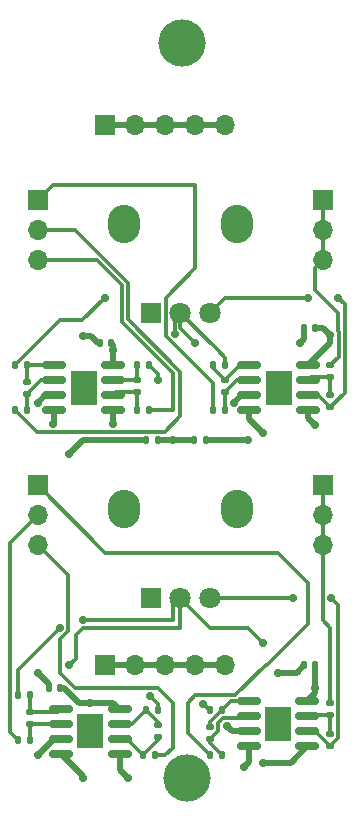
<source format=gbr>
%TF.GenerationSoftware,KiCad,Pcbnew,8.0.5*%
%TF.CreationDate,2024-11-15T23:36:42+05:30*%
%TF.ProjectId,buff_mix,62756666-5f6d-4697-982e-6b696361645f,rev?*%
%TF.SameCoordinates,Original*%
%TF.FileFunction,Copper,L1,Top*%
%TF.FilePolarity,Positive*%
%FSLAX46Y46*%
G04 Gerber Fmt 4.6, Leading zero omitted, Abs format (unit mm)*
G04 Created by KiCad (PCBNEW 8.0.5) date 2024-11-15 23:36:42*
%MOMM*%
%LPD*%
G01*
G04 APERTURE LIST*
G04 Aperture macros list*
%AMRoundRect*
0 Rectangle with rounded corners*
0 $1 Rounding radius*
0 $2 $3 $4 $5 $6 $7 $8 $9 X,Y pos of 4 corners*
0 Add a 4 corners polygon primitive as box body*
4,1,4,$2,$3,$4,$5,$6,$7,$8,$9,$2,$3,0*
0 Add four circle primitives for the rounded corners*
1,1,$1+$1,$2,$3*
1,1,$1+$1,$4,$5*
1,1,$1+$1,$6,$7*
1,1,$1+$1,$8,$9*
0 Add four rect primitives between the rounded corners*
20,1,$1+$1,$2,$3,$4,$5,0*
20,1,$1+$1,$4,$5,$6,$7,0*
20,1,$1+$1,$6,$7,$8,$9,0*
20,1,$1+$1,$8,$9,$2,$3,0*%
G04 Aperture macros list end*
%TA.AperFunction,HeatsinkPad*%
%ADD10R,2.290000X3.000000*%
%TD*%
%TA.AperFunction,SMDPad,CuDef*%
%ADD11RoundRect,0.150000X-0.825000X-0.150000X0.825000X-0.150000X0.825000X0.150000X-0.825000X0.150000X0*%
%TD*%
%TA.AperFunction,ComponentPad*%
%ADD12R,1.800000X1.800000*%
%TD*%
%TA.AperFunction,ComponentPad*%
%ADD13C,1.800000*%
%TD*%
%TA.AperFunction,ComponentPad*%
%ADD14O,2.720000X3.240000*%
%TD*%
%TA.AperFunction,SMDPad,CuDef*%
%ADD15RoundRect,0.135000X0.185000X-0.135000X0.185000X0.135000X-0.185000X0.135000X-0.185000X-0.135000X0*%
%TD*%
%TA.AperFunction,SMDPad,CuDef*%
%ADD16RoundRect,0.135000X0.135000X0.185000X-0.135000X0.185000X-0.135000X-0.185000X0.135000X-0.185000X0*%
%TD*%
%TA.AperFunction,SMDPad,CuDef*%
%ADD17RoundRect,0.135000X-0.135000X-0.185000X0.135000X-0.185000X0.135000X0.185000X-0.135000X0.185000X0*%
%TD*%
%TA.AperFunction,ComponentPad*%
%ADD18R,1.700000X1.700000*%
%TD*%
%TA.AperFunction,ComponentPad*%
%ADD19O,1.700000X1.700000*%
%TD*%
%TA.AperFunction,SMDPad,CuDef*%
%ADD20RoundRect,0.140000X0.140000X0.170000X-0.140000X0.170000X-0.140000X-0.170000X0.140000X-0.170000X0*%
%TD*%
%TA.AperFunction,ViaPad*%
%ADD21C,0.700000*%
%TD*%
%TA.AperFunction,ViaPad*%
%ADD22C,4.000000*%
%TD*%
%TA.AperFunction,Conductor*%
%ADD23C,0.300000*%
%TD*%
%TA.AperFunction,Conductor*%
%ADD24C,0.500000*%
%TD*%
G04 APERTURE END LIST*
D10*
%TO.P,U4,9*%
%TO.N,N/C*%
X54610000Y-102120000D03*
D11*
%TO.P,U4,8,V+*%
%TO.N,+5V*%
X57085000Y-100215000D03*
%TO.P,U4,7*%
%TO.N,Net-(R22-Pad1)*%
X57085000Y-101485000D03*
%TO.P,U4,6,-*%
%TO.N,Net-(U4B--)*%
X57085000Y-102755000D03*
%TO.P,U4,5,+*%
%TO.N,+2.5V*%
X57085000Y-104025000D03*
%TO.P,U4,4,V-*%
%TO.N,GND*%
X52135000Y-104025000D03*
%TO.P,U4,3,+*%
%TO.N,+2.5V*%
X52135000Y-102755000D03*
%TO.P,U4,2,-*%
%TO.N,Net-(U4A--)*%
X52135000Y-101485000D03*
%TO.P,U4,1*%
%TO.N,Net-(R18-Pad1)*%
X52135000Y-100215000D03*
%TD*%
%TO.P,U3,1*%
%TO.N,Net-(R14-Pad1)*%
X68010000Y-99580000D03*
%TO.P,U3,2,-*%
%TO.N,Net-(U3A--)*%
X68010000Y-100850000D03*
%TO.P,U3,3,+*%
%TO.N,+2.5V*%
X68010000Y-102120000D03*
%TO.P,U3,4,V-*%
%TO.N,GND*%
X68010000Y-103390000D03*
%TO.P,U3,5,+*%
%TO.N,+2.5V*%
X72960000Y-103390000D03*
%TO.P,U3,6,-*%
%TO.N,Net-(U3B--)*%
X72960000Y-102120000D03*
%TO.P,U3,7*%
%TO.N,Net-(R17-Pad1)*%
X72960000Y-100850000D03*
%TO.P,U3,8,V+*%
%TO.N,+5V*%
X72960000Y-99580000D03*
D10*
%TO.P,U3,9*%
%TO.N,N/C*%
X70485000Y-101485000D03*
%TD*%
D11*
%TO.P,U2,1*%
%TO.N,Net-(R5-Pad1)*%
X51565000Y-71120000D03*
%TO.P,U2,2,-*%
%TO.N,Net-(U2A--)*%
X51565000Y-72390000D03*
%TO.P,U2,3,+*%
%TO.N,+2.5V*%
X51565000Y-73660000D03*
%TO.P,U2,4,V-*%
%TO.N,GND*%
X51565000Y-74930000D03*
%TO.P,U2,5,+*%
%TO.N,+2.5V*%
X56515000Y-74930000D03*
%TO.P,U2,6,-*%
%TO.N,Net-(U2B--)*%
X56515000Y-73660000D03*
%TO.P,U2,7*%
%TO.N,Net-(R13-Pad2)*%
X56515000Y-72390000D03*
%TO.P,U2,8,V+*%
%TO.N,+5V*%
X56515000Y-71120000D03*
D10*
%TO.P,U2,9*%
%TO.N,N/C*%
X54040000Y-73025000D03*
%TD*%
D11*
%TO.P,U1,1*%
%TO.N,Net-(R1-Pad1)*%
X68075000Y-71120000D03*
%TO.P,U1,2,-*%
%TO.N,Net-(U1A--)*%
X68075000Y-72390000D03*
%TO.P,U1,3,+*%
%TO.N,+2.5V*%
X68075000Y-73660000D03*
%TO.P,U1,4,V-*%
%TO.N,GND*%
X68075000Y-74930000D03*
%TO.P,U1,5,+*%
%TO.N,+2.5V*%
X73025000Y-74930000D03*
%TO.P,U1,6,-*%
%TO.N,Net-(U1B--)*%
X73025000Y-73660000D03*
%TO.P,U1,7*%
%TO.N,Net-(R4-Pad1)*%
X73025000Y-72390000D03*
%TO.P,U1,8,V+*%
%TO.N,+5V*%
X73025000Y-71120000D03*
D10*
%TO.P,U1,9*%
%TO.N,N/C*%
X70550000Y-73025000D03*
%TD*%
D12*
%TO.P,RV2,1,1*%
%TO.N,unconnected-(RV2-Pad1)*%
X59730000Y-90815000D03*
D13*
%TO.P,RV2,3,3*%
%TO.N,Net-(U3B--)*%
X64730000Y-90815000D03*
%TO.P,RV2,2,2*%
%TO.N,Net-(R14-Pad2)*%
X62230000Y-90815000D03*
D14*
%TO.P,RV2,*%
%TO.N,*%
X67030000Y-83315000D03*
X57430000Y-83315000D03*
%TD*%
D12*
%TO.P,RV1,1,1*%
%TO.N,unconnected-(RV1-Pad1)*%
X59730000Y-66685000D03*
D13*
%TO.P,RV1,3,3*%
%TO.N,Net-(U1B--)*%
X64730000Y-66685000D03*
%TO.P,RV1,2,2*%
%TO.N,Net-(R1-Pad2)*%
X62230000Y-66685000D03*
D14*
%TO.P,RV1,*%
%TO.N,*%
X67030000Y-59185000D03*
X57430000Y-59185000D03*
%TD*%
D15*
%TO.P,R24,1*%
%TO.N,Net-(U4B--)*%
X60325000Y-102620000D03*
%TO.P,R24,2*%
%TO.N,Net-(R22-Pad1)*%
X60325000Y-101600000D03*
%TD*%
D16*
%TO.P,R23,1*%
%TO.N,INB_3*%
X60075000Y-104140000D03*
%TO.P,R23,2*%
%TO.N,Net-(U4B--)*%
X59055000Y-104140000D03*
%TD*%
D17*
%TO.P,R22,1*%
%TO.N,Net-(R22-Pad1)*%
X59305000Y-100330000D03*
%TO.P,R22,2*%
%TO.N,Net-(R14-Pad2)*%
X60325000Y-100330000D03*
%TD*%
D15*
%TO.P,R21,2*%
%TO.N,Net-(R18-Pad1)*%
X49530000Y-100455000D03*
%TO.P,R21,1*%
%TO.N,Net-(U4A--)*%
X49530000Y-101475000D03*
%TD*%
D17*
%TO.P,R20,2*%
%TO.N,Net-(U4A--)*%
X49530000Y-102870000D03*
%TO.P,R20,1*%
%TO.N,INB_2*%
X48510000Y-102870000D03*
%TD*%
D15*
%TO.P,R19,2*%
%TO.N,Net-(R17-Pad1)*%
X74930000Y-102360000D03*
%TO.P,R19,1*%
%TO.N,Net-(U3B--)*%
X74930000Y-103380000D03*
%TD*%
D16*
%TO.P,R18,2*%
%TO.N,Net-(R14-Pad2)*%
X48445000Y-99060000D03*
%TO.P,R18,1*%
%TO.N,Net-(R18-Pad1)*%
X49465000Y-99060000D03*
%TD*%
D15*
%TO.P,R17,2*%
%TO.N,OUTB*%
X74930000Y-99695000D03*
%TO.P,R17,1*%
%TO.N,Net-(R17-Pad1)*%
X74930000Y-100715000D03*
%TD*%
%TO.P,R16,2*%
%TO.N,Net-(R14-Pad1)*%
X64770000Y-101725000D03*
%TO.P,R16,1*%
%TO.N,Net-(U3A--)*%
X64770000Y-102745000D03*
%TD*%
D17*
%TO.P,R15,1*%
%TO.N,INB_1*%
X64770000Y-104140000D03*
%TO.P,R15,2*%
%TO.N,Net-(U3A--)*%
X65790000Y-104140000D03*
%TD*%
D16*
%TO.P,R14,1*%
%TO.N,Net-(R14-Pad1)*%
X65790000Y-100330000D03*
%TO.P,R14,2*%
%TO.N,Net-(R14-Pad2)*%
X64770000Y-100330000D03*
%TD*%
D15*
%TO.P,R13,1*%
%TO.N,Net-(U2B--)*%
X58545000Y-73410000D03*
%TO.P,R13,2*%
%TO.N,Net-(R13-Pad2)*%
X58545000Y-72390000D03*
%TD*%
D17*
%TO.P,R12,1*%
%TO.N,+2.5V*%
X63375000Y-77470000D03*
%TO.P,R12,2*%
%TO.N,GND*%
X64395000Y-77470000D03*
%TD*%
%TO.P,R11,1*%
%TO.N,+5V*%
X59305000Y-77470000D03*
%TO.P,R11,2*%
%TO.N,+2.5V*%
X60325000Y-77470000D03*
%TD*%
D16*
%TO.P,R10,2*%
%TO.N,Net-(U2B--)*%
X58545000Y-74930000D03*
%TO.P,R10,1*%
%TO.N,INA_3*%
X59565000Y-74930000D03*
%TD*%
D17*
%TO.P,R9,1*%
%TO.N,Net-(R13-Pad2)*%
X58545000Y-71120000D03*
%TO.P,R9,2*%
%TO.N,Net-(R1-Pad2)*%
X59565000Y-71120000D03*
%TD*%
D15*
%TO.P,R8,1*%
%TO.N,Net-(U2A--)*%
X49276000Y-73535000D03*
%TO.P,R8,2*%
%TO.N,Net-(R5-Pad1)*%
X49276000Y-72515000D03*
%TD*%
D17*
%TO.P,R7,1*%
%TO.N,INA_2*%
X48256000Y-74930000D03*
%TO.P,R7,2*%
%TO.N,Net-(U2A--)*%
X49276000Y-74930000D03*
%TD*%
D15*
%TO.P,R6,2*%
%TO.N,Net-(R4-Pad1)*%
X74930000Y-73660000D03*
%TO.P,R6,1*%
%TO.N,Net-(U1B--)*%
X74930000Y-74680000D03*
%TD*%
D16*
%TO.P,R5,2*%
%TO.N,Net-(R1-Pad2)*%
X48256000Y-71120000D03*
%TO.P,R5,1*%
%TO.N,Net-(R5-Pad1)*%
X49276000Y-71120000D03*
%TD*%
D15*
%TO.P,R4,2*%
%TO.N,OUTA*%
X74930000Y-71120000D03*
%TO.P,R4,1*%
%TO.N,Net-(R4-Pad1)*%
X74930000Y-72140000D03*
%TD*%
%TO.P,R3,1*%
%TO.N,Net-(U1A--)*%
X66040000Y-73410000D03*
%TO.P,R3,2*%
%TO.N,Net-(R1-Pad1)*%
X66040000Y-72390000D03*
%TD*%
D17*
%TO.P,R2,2*%
%TO.N,Net-(U1A--)*%
X66040000Y-74930000D03*
%TO.P,R2,1*%
%TO.N,INA_1*%
X65020000Y-74930000D03*
%TD*%
%TO.P,R1,2*%
%TO.N,Net-(R1-Pad2)*%
X66040000Y-71120000D03*
%TO.P,R1,1*%
%TO.N,Net-(R1-Pad1)*%
X65020000Y-71120000D03*
%TD*%
D18*
%TO.P,OUT2,1,Pin_1*%
%TO.N,OUTB*%
X74295000Y-81280000D03*
D19*
%TO.P,OUT2,2,Pin_2*%
X74295000Y-83820000D03*
%TO.P,OUT2,3,Pin_3*%
X74295000Y-86360000D03*
%TD*%
D18*
%TO.P,OUT1,1,Pin_1*%
%TO.N,OUTA*%
X74320000Y-57165000D03*
D19*
%TO.P,OUT1,2,Pin_2*%
X74320000Y-59705000D03*
%TO.P,OUT1,3,Pin_3*%
X74320000Y-62245000D03*
%TD*%
%TO.P,IN2,3,Pin_3*%
%TO.N,INB_3*%
X50165000Y-86360000D03*
%TO.P,IN2,2,Pin_2*%
%TO.N,INB_2*%
X50165000Y-83820000D03*
D18*
%TO.P,IN2,1,Pin_1*%
%TO.N,INB_1*%
X50165000Y-81280000D03*
%TD*%
%TO.P,IN1,1,Pin_1*%
%TO.N,INA_1*%
X50165000Y-57150000D03*
D19*
%TO.P,IN1,2,Pin_2*%
%TO.N,INA_2*%
X50165000Y-59690000D03*
%TO.P,IN1,3,Pin_3*%
%TO.N,INA_3*%
X50165000Y-62230000D03*
%TD*%
D20*
%TO.P,C4,1*%
%TO.N,+5V*%
X52070000Y-98425000D03*
%TO.P,C4,2*%
%TO.N,GND*%
X51110000Y-98425000D03*
%TD*%
%TO.P,C3,1*%
%TO.N,+5V*%
X73660000Y-96520000D03*
%TO.P,C3,2*%
%TO.N,GND*%
X72700000Y-96520000D03*
%TD*%
%TO.P,C2,1*%
%TO.N,+5V*%
X56360000Y-69215000D03*
%TO.P,C2,2*%
%TO.N,GND*%
X55400000Y-69215000D03*
%TD*%
%TO.P,C1,1*%
%TO.N,+5V*%
X73660000Y-67945000D03*
%TO.P,C1,2*%
%TO.N,GND*%
X72700000Y-67945000D03*
%TD*%
D19*
%TO.P,GND1,5,Pin_5*%
%TO.N,GND*%
X66040000Y-96520000D03*
%TO.P,GND1,4,Pin_4*%
X63500000Y-96520000D03*
%TO.P,GND1,3,Pin_3*%
X60960000Y-96520000D03*
%TO.P,GND1,2,Pin_2*%
X58420000Y-96520000D03*
D18*
%TO.P,GND1,1,Pin_1*%
X55880000Y-96520000D03*
%TD*%
%TO.P,5V1,1,Pin_1*%
%TO.N,+5V*%
X55880000Y-50800000D03*
D19*
%TO.P,5V1,2,Pin_2*%
X58420000Y-50800000D03*
%TO.P,5V1,3,Pin_3*%
X60960000Y-50800000D03*
%TO.P,5V1,4,Pin_4*%
X63500000Y-50800000D03*
%TO.P,5V1,5,Pin_5*%
X66040000Y-50800000D03*
%TD*%
D21*
%TO.N,Net-(U3B--)*%
X71755000Y-90805000D03*
X74995000Y-90805000D03*
%TO.N,Net-(U1B--)*%
X73025000Y-65405000D03*
X75565000Y-65405000D03*
%TO.N,GND*%
X53975000Y-106045000D03*
X50165000Y-97155000D03*
%TO.N,+5V*%
X54610000Y-99695000D03*
%TO.N,+2.5V*%
X50165000Y-74295000D03*
X66140000Y-101700000D03*
X50165000Y-104140000D03*
X57785000Y-106045000D03*
X69215000Y-104775000D03*
%TO.N,GND*%
X70485000Y-97155000D03*
X67627500Y-105092500D03*
%TO.N,+5V*%
X73660000Y-98425000D03*
X56515000Y-69850000D03*
%TO.N,GND*%
X53975000Y-68645000D03*
X51435000Y-76070000D03*
%TO.N,+2.5V*%
X56515000Y-76070000D03*
X61595000Y-77470000D03*
%TO.N,+5V*%
X52774314Y-78670686D03*
%TO.N,GND*%
X67945000Y-77470000D03*
%TO.N,+2.5V*%
X73660000Y-76200000D03*
%TO.N,+5V*%
X74930000Y-68580000D03*
%TO.N,GND*%
X69215000Y-76835000D03*
X72390000Y-69215000D03*
%TO.N,Net-(R14-Pad2)*%
X53975000Y-92710000D03*
X52005000Y-93345000D03*
X52832000Y-96520000D03*
X59690000Y-99125000D03*
X64135000Y-99760000D03*
X69215000Y-94615000D03*
%TO.N,Net-(R1-Pad2)*%
X61814975Y-68445025D03*
X55827342Y-65405000D03*
X63500000Y-69215000D03*
X60325000Y-72390000D03*
%TO.N,+2.5V*%
X66740000Y-74295000D03*
D22*
%TO.N,*%
X62377580Y-43815000D03*
X62377580Y-43815000D03*
X62377580Y-43815000D03*
X62377580Y-43815000D03*
X62784908Y-106045000D03*
%TD*%
D23*
%TO.N,Net-(R14-Pad2)*%
X52832000Y-96520000D02*
X53405000Y-95947000D01*
X53405000Y-95947000D02*
X53405000Y-93915000D01*
X53405000Y-93915000D02*
X53975000Y-93345000D01*
X62230000Y-93345000D02*
X62230000Y-90815000D01*
X53975000Y-93345000D02*
X62230000Y-93345000D01*
%TO.N,INB_3*%
X60075000Y-104140000D02*
X60960000Y-104140000D01*
X60325000Y-98425000D02*
X53340000Y-98425000D01*
X52070000Y-97155000D02*
X52070000Y-94269950D01*
X60960000Y-104140000D02*
X61595000Y-103505000D01*
X52705000Y-93634950D02*
X52705000Y-88900000D01*
X61595000Y-103505000D02*
X61595000Y-99695000D01*
X53340000Y-98425000D02*
X52070000Y-97155000D01*
X61595000Y-99695000D02*
X60325000Y-98425000D01*
X52070000Y-94269950D02*
X52705000Y-93634950D01*
X52705000Y-88900000D02*
X50165000Y-86360000D01*
%TO.N,Net-(U3B--)*%
X74995000Y-90805000D02*
X75600000Y-91410000D01*
X75600000Y-91410000D02*
X75600000Y-102710000D01*
X75600000Y-102710000D02*
X74930000Y-103380000D01*
X71755000Y-90805000D02*
X71745000Y-90815000D01*
X71745000Y-90815000D02*
X64730000Y-90815000D01*
%TO.N,INB_1*%
X64770000Y-104140000D02*
X62865000Y-102235000D01*
X69448738Y-96455000D02*
X69597500Y-96455000D01*
X73025000Y-93027500D02*
X73025000Y-89535000D01*
X62865000Y-102235000D02*
X62865000Y-99695000D01*
X73025000Y-89535000D02*
X70485000Y-86995000D01*
X62865000Y-99695000D02*
X63500000Y-99060000D01*
X63500000Y-99060000D02*
X66843738Y-99060000D01*
X66843738Y-99060000D02*
X69448738Y-96455000D01*
X69597500Y-96455000D02*
X73025000Y-93027500D01*
X70485000Y-86995000D02*
X55880000Y-86995000D01*
X55880000Y-86995000D02*
X50165000Y-81280000D01*
%TO.N,Net-(U1B--)*%
X73025000Y-65405000D02*
X66010000Y-65405000D01*
X66010000Y-65405000D02*
X64730000Y-66685000D01*
X76130000Y-65970000D02*
X75565000Y-65405000D01*
X76130000Y-73480000D02*
X76130000Y-65970000D01*
X74930000Y-74680000D02*
X76130000Y-73480000D01*
%TO.N,OUTA*%
X74930000Y-71120000D02*
X75630000Y-70420000D01*
X75565000Y-66675000D02*
X73660000Y-64770000D01*
X75630000Y-70420000D02*
X75630000Y-68290050D01*
X73660000Y-64770000D02*
X73660000Y-62905000D01*
X75565000Y-68225050D02*
X75565000Y-66675000D01*
X75630000Y-68290050D02*
X75565000Y-68225050D01*
X73660000Y-62905000D02*
X74320000Y-62245000D01*
D24*
%TO.N,+5V*%
X53975000Y-77470000D02*
X59305000Y-77470000D01*
X52774314Y-78670686D02*
X53975000Y-77470000D01*
D23*
%TO.N,Net-(R14-Pad2)*%
X69215000Y-94615000D02*
X67945000Y-93345000D01*
X64760000Y-93345000D02*
X62230000Y-90815000D01*
X67945000Y-93345000D02*
X64760000Y-93345000D01*
D24*
%TO.N,+5V*%
X74930000Y-68580000D02*
X74930000Y-69215000D01*
X73660000Y-67945000D02*
X74295000Y-67945000D01*
X74930000Y-69215000D02*
X73025000Y-71120000D01*
X74295000Y-67945000D02*
X74930000Y-68580000D01*
D23*
%TO.N,Net-(R1-Pad2)*%
X55827342Y-65405000D02*
X53922342Y-67310000D01*
X52066000Y-67310000D02*
X48256000Y-71120000D01*
X53922342Y-67310000D02*
X52066000Y-67310000D01*
%TO.N,INA_3*%
X50165000Y-62230000D02*
X55172894Y-62230000D01*
X57285000Y-64342106D02*
X57285000Y-67447106D01*
X57285000Y-67447106D02*
X61595000Y-71757106D01*
X61595000Y-71757106D02*
X61595000Y-74930000D01*
X55172894Y-62230000D02*
X57285000Y-64342106D01*
X61595000Y-74930000D02*
X59565000Y-74930000D01*
%TO.N,INA_2*%
X50165000Y-59690000D02*
X53340000Y-59690000D01*
X53340000Y-59690000D02*
X57785000Y-64135000D01*
X57785000Y-64135000D02*
X57785000Y-67240000D01*
X49530000Y-76200000D02*
X49526000Y-76200000D01*
X57785000Y-67240000D02*
X62230000Y-71685000D01*
X62230000Y-71685000D02*
X62230000Y-75435000D01*
X62230000Y-75435000D02*
X60895000Y-76770000D01*
X60895000Y-76770000D02*
X50100000Y-76770000D01*
X50100000Y-76770000D02*
X49530000Y-76200000D01*
X49526000Y-76200000D02*
X48256000Y-74930000D01*
D24*
%TO.N,+2.5V*%
X66140000Y-101700000D02*
X66560000Y-102120000D01*
X66560000Y-102120000D02*
X68010000Y-102120000D01*
D23*
%TO.N,Net-(U3A--)*%
X64770000Y-102745000D02*
X65440000Y-102075000D01*
X65440000Y-102075000D02*
X65440000Y-101387106D01*
X65440000Y-101387106D02*
X65827106Y-101000000D01*
X67860000Y-101000000D02*
X68010000Y-100850000D01*
X65827106Y-101000000D02*
X67860000Y-101000000D01*
D24*
%TO.N,+2.5V*%
X69215000Y-104775000D02*
X71575000Y-104775000D01*
X71575000Y-104775000D02*
X72960000Y-103390000D01*
%TO.N,GND*%
X70485000Y-97155000D02*
X72065000Y-97155000D01*
X72065000Y-97155000D02*
X72700000Y-96520000D01*
X53975000Y-106045000D02*
X53975000Y-105865000D01*
X53975000Y-105865000D02*
X52135000Y-104025000D01*
X51110000Y-98100000D02*
X50165000Y-97155000D01*
X51110000Y-98425000D02*
X51110000Y-98100000D01*
%TO.N,+5V*%
X54610000Y-99695000D02*
X56565000Y-99695000D01*
X52070000Y-98425000D02*
X52349999Y-98425000D01*
X53619999Y-99695000D02*
X54610000Y-99695000D01*
X56565000Y-99695000D02*
X57085000Y-100215000D01*
X52349999Y-98425000D02*
X53619999Y-99695000D01*
%TO.N,+2.5V*%
X50800000Y-73660000D02*
X50165000Y-74295000D01*
X51565000Y-73660000D02*
X50800000Y-73660000D01*
X51550000Y-102755000D02*
X50165000Y-104140000D01*
X52135000Y-102755000D02*
X51550000Y-102755000D01*
X57085000Y-105345000D02*
X57785000Y-106045000D01*
X57085000Y-104025000D02*
X57085000Y-105345000D01*
%TO.N,GND*%
X68010000Y-103390000D02*
X68010000Y-104710000D01*
X68010000Y-104710000D02*
X67627500Y-105092500D01*
%TO.N,+5V*%
X73660000Y-98425000D02*
X73660000Y-98880000D01*
X73660000Y-96520000D02*
X73660000Y-98425000D01*
X73660000Y-98880000D02*
X72960000Y-99580000D01*
%TO.N,GND*%
X54675000Y-68645000D02*
X55245000Y-69215000D01*
X55245000Y-69215000D02*
X55400000Y-69215000D01*
%TO.N,+5V*%
X56515000Y-69850000D02*
X56515000Y-69370000D01*
X56515000Y-71120000D02*
X56515000Y-69850000D01*
X56515000Y-69370000D02*
X56360000Y-69215000D01*
%TO.N,GND*%
X53975000Y-68645000D02*
X54675000Y-68645000D01*
X51565000Y-76040000D02*
X51435000Y-76170000D01*
X51435000Y-76170000D02*
X51435000Y-76070000D01*
X51565000Y-74930000D02*
X51565000Y-76040000D01*
%TO.N,+2.5V*%
X56515000Y-74930000D02*
X56515000Y-76070000D01*
X61595000Y-77470000D02*
X60325000Y-77470000D01*
%TO.N,GND*%
X64395000Y-77470000D02*
X67945000Y-77470000D01*
%TO.N,+2.5V*%
X63375000Y-77470000D02*
X61595000Y-77470000D01*
X73025000Y-75565000D02*
X73660000Y-76200000D01*
X73025000Y-74930000D02*
X73025000Y-75565000D01*
%TO.N,GND*%
X68075000Y-75695000D02*
X68075000Y-74930000D01*
X69215000Y-76835000D02*
X68075000Y-75695000D01*
X72700000Y-67945000D02*
X72700000Y-68905000D01*
X72700000Y-68905000D02*
X72390000Y-69215000D01*
D23*
%TO.N,INB_2*%
X48510000Y-102870000D02*
X47825000Y-102185000D01*
X47825000Y-102185000D02*
X47825000Y-86160000D01*
X47825000Y-86160000D02*
X50165000Y-83820000D01*
%TO.N,Net-(U4A--)*%
X49530000Y-101475000D02*
X52125000Y-101475000D01*
X52125000Y-101475000D02*
X52135000Y-101485000D01*
X49530000Y-101475000D02*
X49530000Y-102870000D01*
%TO.N,Net-(R18-Pad1)*%
X49530000Y-100455000D02*
X51895000Y-100455000D01*
X51895000Y-100455000D02*
X52135000Y-100215000D01*
X49530000Y-100455000D02*
X49530000Y-99125000D01*
X49530000Y-99125000D02*
X49465000Y-99060000D01*
%TO.N,Net-(R14-Pad2)*%
X53975000Y-92710000D02*
X61595000Y-92710000D01*
X61595000Y-91450000D02*
X62230000Y-90815000D01*
X61595000Y-92710000D02*
X61595000Y-91450000D01*
X48445000Y-99060000D02*
X48445000Y-96905000D01*
X48445000Y-96905000D02*
X52005000Y-93345000D01*
%TO.N,Net-(U4B--)*%
X59055000Y-104140000D02*
X57670000Y-102755000D01*
X57670000Y-102755000D02*
X57085000Y-102755000D01*
%TO.N,Net-(R22-Pad1)*%
X59305000Y-100330000D02*
X58150000Y-101485000D01*
X58150000Y-101485000D02*
X57085000Y-101485000D01*
%TO.N,Net-(R14-Pad2)*%
X60325000Y-99760000D02*
X59690000Y-99125000D01*
X60325000Y-100330000D02*
X60325000Y-99760000D01*
%TO.N,Net-(U4B--)*%
X60325000Y-102620000D02*
X60325000Y-102870000D01*
X60325000Y-102870000D02*
X59055000Y-104140000D01*
%TO.N,Net-(R22-Pad1)*%
X60325000Y-101600000D02*
X60325000Y-101350000D01*
X60325000Y-101350000D02*
X59305000Y-100330000D01*
%TO.N,Net-(R14-Pad2)*%
X64705000Y-100330000D02*
X64135000Y-99760000D01*
X64770000Y-100330000D02*
X64705000Y-100330000D01*
%TO.N,Net-(U3A--)*%
X64770000Y-102745000D02*
X64770000Y-103120000D01*
X64770000Y-103120000D02*
X65790000Y-104140000D01*
%TO.N,Net-(R14-Pad1)*%
X64770000Y-101725000D02*
X64770000Y-101350000D01*
X64770000Y-101350000D02*
X65790000Y-100330000D01*
X65790000Y-100330000D02*
X66540000Y-99580000D01*
X66540000Y-99580000D02*
X68010000Y-99580000D01*
%TO.N,Net-(U3B--)*%
X74930000Y-103380000D02*
X73670000Y-102120000D01*
X73670000Y-102120000D02*
X72960000Y-102120000D01*
%TO.N,Net-(R17-Pad1)*%
X74930000Y-100715000D02*
X74930000Y-102360000D01*
X74930000Y-100715000D02*
X73095000Y-100715000D01*
X73095000Y-100715000D02*
X72960000Y-100850000D01*
%TO.N,OUTB*%
X74295000Y-81280000D02*
X74295000Y-86360000D01*
X74930000Y-99695000D02*
X74930000Y-93345000D01*
X74930000Y-93345000D02*
X74295000Y-92710000D01*
X74295000Y-92710000D02*
X74295000Y-86360000D01*
%TO.N,Net-(R1-Pad2)*%
X63500000Y-69215000D02*
X62230000Y-67945000D01*
X62230000Y-67945000D02*
X62230000Y-66685000D01*
X61814975Y-68445025D02*
X61814975Y-67100025D01*
X61814975Y-67100025D02*
X62230000Y-66685000D01*
X60325000Y-71880000D02*
X59565000Y-71120000D01*
X60325000Y-72390000D02*
X60325000Y-71880000D01*
%TO.N,Net-(U2B--)*%
X58545000Y-74930000D02*
X58545000Y-73410000D01*
%TO.N,Net-(R13-Pad2)*%
X58545000Y-72390000D02*
X56515000Y-72390000D01*
%TO.N,Net-(U2B--)*%
X58545000Y-73410000D02*
X56765000Y-73410000D01*
X56765000Y-73410000D02*
X56515000Y-73660000D01*
%TO.N,Net-(R13-Pad2)*%
X58545000Y-71120000D02*
X58545000Y-72390000D01*
%TO.N,Net-(R5-Pad1)*%
X51565000Y-71120000D02*
X49276000Y-71120000D01*
X49276000Y-72515000D02*
X49276000Y-71120000D01*
%TO.N,Net-(U2A--)*%
X49276000Y-73535000D02*
X50421000Y-72390000D01*
X50421000Y-72390000D02*
X51565000Y-72390000D01*
X49276000Y-74930000D02*
X49276000Y-73535000D01*
%TO.N,Net-(U1B--)*%
X74930000Y-74680000D02*
X73910000Y-73660000D01*
X73910000Y-73660000D02*
X73025000Y-73660000D01*
%TO.N,Net-(R4-Pad1)*%
X74930000Y-72140000D02*
X74930000Y-73660000D01*
X74930000Y-72140000D02*
X73275000Y-72140000D01*
X73275000Y-72140000D02*
X73025000Y-72390000D01*
%TO.N,OUTA*%
X74320000Y-57165000D02*
X74320000Y-62245000D01*
%TO.N,INA_1*%
X50165000Y-57150000D02*
X51435000Y-55880000D01*
X51435000Y-55880000D02*
X63500000Y-55880000D01*
X63500000Y-62865000D02*
X60980000Y-65385000D01*
X60980000Y-65385000D02*
X60980000Y-68600000D01*
X63500000Y-55880000D02*
X63500000Y-62865000D01*
X65020000Y-72640000D02*
X65020000Y-74930000D01*
X60980000Y-68600000D02*
X65020000Y-72640000D01*
%TO.N,Net-(R1-Pad2)*%
X66040000Y-70485000D02*
X65405000Y-69850000D01*
X65405000Y-69850000D02*
X65395000Y-69850000D01*
X65395000Y-69850000D02*
X62230000Y-66685000D01*
X66040000Y-71120000D02*
X66040000Y-70485000D01*
D24*
%TO.N,+2.5V*%
X67375000Y-73660000D02*
X66740000Y-74295000D01*
X68075000Y-73660000D02*
X67375000Y-73660000D01*
D23*
%TO.N,Net-(U1A--)*%
X66040000Y-73410000D02*
X67060000Y-72390000D01*
X67060000Y-72390000D02*
X68075000Y-72390000D01*
%TO.N,Net-(R1-Pad1)*%
X65020000Y-71120000D02*
X65020000Y-71370000D01*
X65020000Y-71370000D02*
X66040000Y-72390000D01*
X66040000Y-72390000D02*
X67310000Y-71120000D01*
X67310000Y-71120000D02*
X68075000Y-71120000D01*
%TO.N,Net-(U1A--)*%
X66040000Y-74930000D02*
X66040000Y-73410000D01*
D24*
%TO.N,GND*%
X55880000Y-96520000D02*
X66040000Y-96520000D01*
%TO.N,+5V*%
X55880000Y-50800000D02*
X66040000Y-50800000D01*
%TD*%
M02*

</source>
